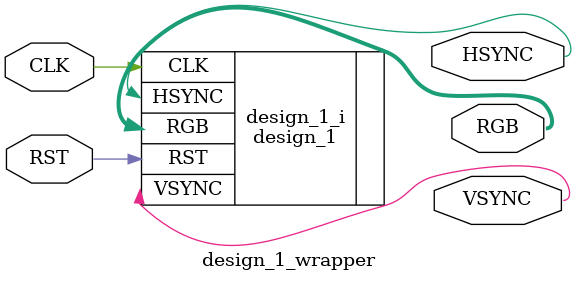
<source format=v>
`timescale 1 ps / 1 ps

module design_1_wrapper
   (CLK,
    HSYNC,
    RGB,
    RST,
    VSYNC);
  input CLK;
  output HSYNC;
  output [11:0]RGB;
  input RST;
  output VSYNC;

  wire CLK;
  wire HSYNC;
  wire [11:0]RGB;
  wire RST;
  wire VSYNC;

  design_1 design_1_i
       (.CLK(CLK),
        .HSYNC(HSYNC),
        .RGB(RGB),
        .RST(RST),
        .VSYNC(VSYNC));
endmodule

</source>
